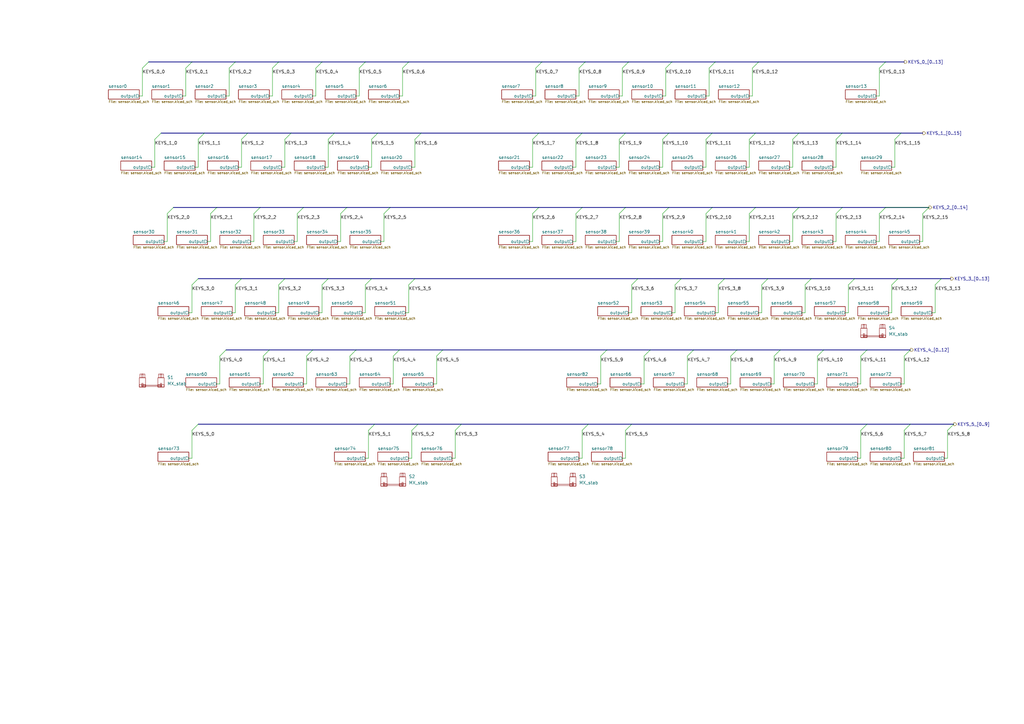
<source format=kicad_sch>
(kicad_sch (version 20230121) (generator eeschema)
  (paper "A3")
  (lib_symbols
    (symbol "PCM_marbastlib-mx:MX_stab" (pin_names (offset 1.016))
      (property "Reference" "S" (at -5.08 6.35 0))
      (property "Value" "MX_stab" (at -5.08 3.81 0))
      (symbol "MX_stab_0_1"
        (rectangle (start -5.08 -1.524) (end -2.54 -2.54))
        (rectangle (start -5.08 1.27) (end -2.54 -2.54))
        (rectangle (start -4.826 2.794) (end -2.794 1.27))
        (rectangle (start -4.064 -2.286) (end -3.556 -1.016))
        (rectangle (start -4.064 -1.778) (end 4.064 -2.286))
        (rectangle (start -4.064 1.27) (end -3.556 2.794))
        (rectangle (start 2.54 -1.524) (end 5.08 -2.54))
        (rectangle (start 2.54 1.27) (end 5.08 -2.54))
        (rectangle (start 2.794 2.794) (end 4.826 1.27))
        (rectangle (start 3.556 1.27) (end 4.064 2.794))
        (rectangle (start 4.064 -2.286) (end 3.556 -1.016))
      )
    )
  )
  (bus_entry (at 220.98 85.09) (size -2.54 2.54))
  (bus_entry (at 314.96 114.3) (size -2.54 2.54))
  (bus_entry (at 238.76 54.61) (size -2.54 2.54))
  (bus_entry (at 240.03 25.4) (size -2.54 2.54))
  (bus_entry (at 355.6 143.51) (size -2.54 2.54))
  (bus_entry (at 381 85.09) (size -2.54 2.54))
  (bus_entry (at 114.3 25.4) (size -2.54 2.54))
  (bus_entry (at 222.25 25.4) (size -2.54 2.54))
  (bus_entry (at 110.49 143.51) (size -2.54 2.54))
  (bus_entry (at 60.96 25.4) (size -2.54 2.54))
  (bus_entry (at 106.68 85.09) (size -2.54 2.54))
  (bus_entry (at 92.71 143.51) (size -2.54 2.54))
  (bus_entry (at 142.24 85.09) (size -2.54 2.54))
  (bus_entry (at 78.74 25.4) (size -2.54 2.54))
  (bus_entry (at 149.86 25.4) (size -2.54 2.54))
  (bus_entry (at 101.6 54.61) (size -2.54 2.54))
  (bus_entry (at 137.16 54.61) (size -2.54 2.54))
  (bus_entry (at 292.1 85.09) (size -2.54 2.54))
  (bus_entry (at 345.44 54.61) (size -2.54 2.54))
  (bus_entry (at 373.38 143.51) (size -2.54 2.54))
  (bus_entry (at 275.59 25.4) (size -2.54 2.54))
  (bus_entry (at 171.45 173.99) (size -2.54 2.54))
  (bus_entry (at 363.22 25.4) (size -2.54 2.54))
  (bus_entry (at 309.88 54.61) (size -2.54 2.54))
  (bus_entry (at 337.82 143.51) (size -2.54 2.54))
  (bus_entry (at 134.62 114.3) (size -2.54 2.54))
  (bus_entry (at 146.05 143.51) (size -2.54 2.54))
  (bus_entry (at 81.28 173.99) (size -2.54 2.54))
  (bus_entry (at 256.54 54.61) (size -2.54 2.54))
  (bus_entry (at 88.9 85.09) (size -2.54 2.54))
  (bus_entry (at 160.02 85.09) (size -2.54 2.54))
  (bus_entry (at 152.4 114.3) (size -2.54 2.54))
  (bus_entry (at 284.48 143.51) (size -2.54 2.54))
  (bus_entry (at 81.28 114.3) (size -2.54 2.54))
  (bus_entry (at 124.46 85.09) (size -2.54 2.54))
  (bus_entry (at 128.27 143.51) (size -2.54 2.54))
  (bus_entry (at 153.67 173.99) (size -2.54 2.54))
  (bus_entry (at 355.6 173.99) (size -2.54 2.54))
  (bus_entry (at 132.08 25.4) (size -2.54 2.54))
  (bus_entry (at 386.08 114.3) (size -2.54 2.54))
  (bus_entry (at 293.37 25.4) (size -2.54 2.54))
  (bus_entry (at 363.22 85.09) (size -2.54 2.54))
  (bus_entry (at 71.12 85.09) (size -2.54 2.54))
  (bus_entry (at 266.7 143.51) (size -2.54 2.54))
  (bus_entry (at 259.08 173.99) (size -2.54 2.54))
  (bus_entry (at 327.66 85.09) (size -2.54 2.54))
  (bus_entry (at 257.81 25.4) (size -2.54 2.54))
  (bus_entry (at 241.3 173.99) (size -2.54 2.54))
  (bus_entry (at 373.38 173.99) (size -2.54 2.54))
  (bus_entry (at 320.04 143.51) (size -2.54 2.54))
  (bus_entry (at 261.62 114.3) (size -2.54 2.54))
  (bus_entry (at 274.32 54.61) (size -2.54 2.54))
  (bus_entry (at 311.15 25.4) (size -2.54 2.54))
  (bus_entry (at 292.1 54.61) (size -2.54 2.54))
  (bus_entry (at 391.16 173.99) (size -2.54 2.54))
  (bus_entry (at 181.61 143.51) (size -2.54 2.54))
  (bus_entry (at 154.94 54.61) (size -2.54 2.54))
  (bus_entry (at 119.38 54.61) (size -2.54 2.54))
  (bus_entry (at 167.64 25.4) (size -2.54 2.54))
  (bus_entry (at 345.44 85.09) (size -2.54 2.54))
  (bus_entry (at 220.98 54.61) (size -2.54 2.54))
  (bus_entry (at 170.18 114.3) (size -2.54 2.54))
  (bus_entry (at 309.88 85.09) (size -2.54 2.54))
  (bus_entry (at 66.04 54.61) (size -2.54 2.54))
  (bus_entry (at 369.57 54.61) (size -2.54 2.54))
  (bus_entry (at 332.74 114.3) (size -2.54 2.54))
  (bus_entry (at 238.76 85.09) (size -2.54 2.54))
  (bus_entry (at 297.18 114.3) (size -2.54 2.54))
  (bus_entry (at 368.3 114.3) (size -2.54 2.54))
  (bus_entry (at 189.23 173.99) (size -2.54 2.54))
  (bus_entry (at 350.52 114.3) (size -2.54 2.54))
  (bus_entry (at 116.84 114.3) (size -2.54 2.54))
  (bus_entry (at 327.66 54.61) (size -2.54 2.54))
  (bus_entry (at 172.72 54.61) (size -2.54 2.54))
  (bus_entry (at 163.83 143.51) (size -2.54 2.54))
  (bus_entry (at 248.92 143.51) (size -2.54 2.54))
  (bus_entry (at 274.32 85.09) (size -2.54 2.54))
  (bus_entry (at 99.06 114.3) (size -2.54 2.54))
  (bus_entry (at 279.4 114.3) (size -2.54 2.54))
  (bus_entry (at 302.26 143.51) (size -2.54 2.54))
  (bus_entry (at 256.54 85.09) (size -2.54 2.54))
  (bus_entry (at 83.82 54.61) (size -2.54 2.54))
  (bus_entry (at 96.52 25.4) (size -2.54 2.54))
  (bus (pts (xy 327.66 54.61) (xy 345.44 54.61)))
  (wire (pts (xy 218.44 99.06) (xy 217.17 99.06)))
  (wire (pts (xy 360.68 27.94) (xy 360.68 39.37)))
  (wire (pts (xy 186.69 176.53) (xy 186.69 187.96)))
  (wire (pts (xy 281.94 146.05) (xy 281.94 157.48)))
  (wire (pts (xy 347.98 128.27) (xy 346.71 128.27)))
  (bus (pts (xy 128.27 143.51) (xy 146.05 143.51)))
  (wire (pts (xy 246.38 157.48) (xy 245.11 157.48)))
  (bus (pts (xy 96.52 25.4) (xy 114.3 25.4)))
  (wire (pts (xy 157.48 87.63) (xy 157.48 99.06)))
  (wire (pts (xy 132.08 116.84) (xy 132.08 128.27)))
  (bus (pts (xy 152.4 114.3) (xy 170.18 114.3)))
  (wire (pts (xy 353.06 187.96) (xy 351.79 187.96)))
  (bus (pts (xy 309.88 54.61) (xy 327.66 54.61)))
  (wire (pts (xy 186.69 187.96) (xy 185.42 187.96)))
  (wire (pts (xy 219.71 39.37) (xy 218.44 39.37)))
  (bus (pts (xy 350.52 114.3) (xy 368.3 114.3)))
  (bus (pts (xy 292.1 85.09) (xy 309.88 85.09)))
  (bus (pts (xy 257.81 25.4) (xy 275.59 25.4)))
  (bus (pts (xy 153.67 173.99) (xy 171.45 173.99)))
  (wire (pts (xy 116.84 57.15) (xy 116.84 68.58)))
  (wire (pts (xy 129.54 39.37) (xy 128.27 39.37)))
  (bus (pts (xy 297.18 114.3) (xy 314.96 114.3)))
  (bus (pts (xy 274.32 85.09) (xy 292.1 85.09)))
  (wire (pts (xy 167.64 116.84) (xy 167.64 128.27)))
  (wire (pts (xy 312.42 128.27) (xy 311.15 128.27)))
  (wire (pts (xy 236.22 57.15) (xy 236.22 68.58)))
  (bus (pts (xy 101.6 54.61) (xy 119.38 54.61)))
  (wire (pts (xy 90.17 157.48) (xy 88.9 157.48)))
  (bus (pts (xy 292.1 54.61) (xy 309.88 54.61)))
  (wire (pts (xy 254 68.58) (xy 252.73 68.58)))
  (wire (pts (xy 114.3 128.27) (xy 113.03 128.27)))
  (wire (pts (xy 381 85.09) (xy 363.22 85.09)))
  (wire (pts (xy 370.84 176.53) (xy 370.84 187.96)))
  (wire (pts (xy 378.46 87.63) (xy 378.46 99.06)))
  (wire (pts (xy 308.61 27.94) (xy 308.61 39.37)))
  (wire (pts (xy 273.05 39.37) (xy 271.78 39.37)))
  (wire (pts (xy 360.68 39.37) (xy 359.41 39.37)))
  (bus (pts (xy 137.16 54.61) (xy 154.94 54.61)))
  (bus (pts (xy 256.54 85.09) (xy 274.32 85.09)))
  (wire (pts (xy 360.68 99.06) (xy 359.41 99.06)))
  (bus (pts (xy 189.23 173.99) (xy 241.3 173.99)))
  (bus (pts (xy 311.15 25.4) (xy 363.22 25.4)))
  (wire (pts (xy 125.73 146.05) (xy 125.73 157.48)))
  (bus (pts (xy 171.45 173.99) (xy 189.23 173.99)))
  (wire (pts (xy 289.56 68.58) (xy 288.29 68.58)))
  (wire (pts (xy 254 57.15) (xy 254 68.58)))
  (wire (pts (xy 116.84 68.58) (xy 115.57 68.58)))
  (bus (pts (xy 302.26 143.51) (xy 320.04 143.51)))
  (wire (pts (xy 330.2 128.27) (xy 328.93 128.27)))
  (wire (pts (xy 367.03 57.15) (xy 367.03 68.58)))
  (wire (pts (xy 218.44 87.63) (xy 218.44 99.06)))
  (wire (pts (xy 254 99.06) (xy 252.73 99.06)))
  (wire (pts (xy 388.62 187.96) (xy 387.35 187.96)))
  (wire (pts (xy 360.68 87.63) (xy 360.68 99.06)))
  (wire (pts (xy 63.5 57.15) (xy 63.5 68.58)))
  (wire (pts (xy 353.06 176.53) (xy 353.06 187.96)))
  (bus (pts (xy 314.96 114.3) (xy 332.74 114.3)))
  (wire (pts (xy 76.2 27.94) (xy 76.2 39.37)))
  (bus (pts (xy 81.28 114.3) (xy 99.06 114.3)))
  (wire (pts (xy 161.29 146.05) (xy 161.29 157.48)))
  (bus (pts (xy 181.61 143.51) (xy 248.92 143.51)))
  (wire (pts (xy 167.64 128.27) (xy 166.37 128.27)))
  (bus (pts (xy 78.74 25.4) (xy 96.52 25.4)))
  (bus (pts (xy 116.84 114.3) (xy 134.62 114.3)))
  (wire (pts (xy 179.07 157.48) (xy 177.8 157.48)))
  (wire (pts (xy 147.32 27.94) (xy 147.32 39.37)))
  (wire (pts (xy 276.86 128.27) (xy 275.59 128.27)))
  (wire (pts (xy 152.4 57.15) (xy 152.4 68.58)))
  (wire (pts (xy 367.03 68.58) (xy 365.76 68.58)))
  (bus (pts (xy 220.98 54.61) (xy 238.76 54.61)))
  (bus (pts (xy 279.4 114.3) (xy 297.18 114.3)))
  (wire (pts (xy 93.98 27.94) (xy 93.98 39.37)))
  (wire (pts (xy 264.16 157.48) (xy 262.89 157.48)))
  (bus (pts (xy 345.44 54.61) (xy 369.57 54.61)))
  (wire (pts (xy 111.76 27.94) (xy 111.76 39.37)))
  (wire (pts (xy 129.54 27.94) (xy 129.54 39.37)))
  (wire (pts (xy 271.78 57.15) (xy 271.78 68.58)))
  (wire (pts (xy 276.86 116.84) (xy 276.86 128.27)))
  (wire (pts (xy 96.52 116.84) (xy 96.52 128.27)))
  (wire (pts (xy 342.9 57.15) (xy 342.9 68.58)))
  (bus (pts (xy 119.38 54.61) (xy 137.16 54.61)))
  (bus (pts (xy 261.62 114.3) (xy 279.4 114.3)))
  (wire (pts (xy 236.22 68.58) (xy 234.95 68.58)))
  (bus (pts (xy 88.9 85.09) (xy 106.68 85.09)))
  (wire (pts (xy 161.29 157.48) (xy 160.02 157.48)))
  (wire (pts (xy 271.78 68.58) (xy 270.51 68.58)))
  (wire (pts (xy 342.9 87.63) (xy 342.9 99.06)))
  (wire (pts (xy 353.06 146.05) (xy 353.06 157.48)))
  (wire (pts (xy 370.84 146.05) (xy 370.84 157.48)))
  (bus (pts (xy 146.05 143.51) (xy 163.83 143.51)))
  (wire (pts (xy 168.91 187.96) (xy 167.64 187.96)))
  (bus (pts (xy 332.74 114.3) (xy 350.52 114.3)))
  (bus (pts (xy 66.04 54.61) (xy 83.82 54.61)))
  (wire (pts (xy 170.18 57.15) (xy 170.18 68.58)))
  (wire (pts (xy 290.83 27.94) (xy 290.83 39.37)))
  (wire (pts (xy 271.78 87.63) (xy 271.78 99.06)))
  (wire (pts (xy 370.84 187.96) (xy 369.57 187.96)))
  (wire (pts (xy 78.74 176.53) (xy 78.74 187.96)))
  (wire (pts (xy 218.44 68.58) (xy 217.17 68.58)))
  (wire (pts (xy 125.73 157.48) (xy 124.46 157.48)))
  (wire (pts (xy 256.54 187.96) (xy 255.27 187.96)))
  (wire (pts (xy 307.34 87.63) (xy 307.34 99.06)))
  (wire (pts (xy 99.06 57.15) (xy 99.06 68.58)))
  (wire (pts (xy 68.58 99.06) (xy 67.31 99.06)))
  (wire (pts (xy 335.28 146.05) (xy 335.28 157.48)))
  (wire (pts (xy 121.92 99.06) (xy 120.65 99.06)))
  (bus (pts (xy 220.98 85.09) (xy 238.76 85.09)))
  (wire (pts (xy 151.13 176.53) (xy 151.13 187.96)))
  (wire (pts (xy 86.36 87.63) (xy 86.36 99.06)))
  (wire (pts (xy 388.62 176.53) (xy 388.62 187.96)))
  (wire (pts (xy 299.72 157.48) (xy 298.45 157.48)))
  (wire (pts (xy 254 87.63) (xy 254 99.06)))
  (bus (pts (xy 167.64 25.4) (xy 222.25 25.4)))
  (bus (pts (xy 172.72 54.61) (xy 220.98 54.61)))
  (wire (pts (xy 165.1 39.37) (xy 163.83 39.37)))
  (wire (pts (xy 294.64 116.84) (xy 294.64 128.27)))
  (bus (pts (xy 284.48 143.51) (xy 302.26 143.51)))
  (wire (pts (xy 335.28 157.48) (xy 334.01 157.48)))
  (wire (pts (xy 294.64 128.27) (xy 293.37 128.27)))
  (wire (pts (xy 81.28 57.15) (xy 81.28 68.58)))
  (bus (pts (xy 368.3 114.3) (xy 386.08 114.3)))
  (wire (pts (xy 147.32 39.37) (xy 146.05 39.37)))
  (bus (pts (xy 256.54 54.61) (xy 274.32 54.61)))
  (wire (pts (xy 307.34 68.58) (xy 306.07 68.58)))
  (bus (pts (xy 240.03 25.4) (xy 257.81 25.4)))
  (wire (pts (xy 325.12 99.06) (xy 323.85 99.06)))
  (wire (pts (xy 325.12 68.58) (xy 323.85 68.58)))
  (bus (pts (xy 142.24 85.09) (xy 160.02 85.09)))
  (bus (pts (xy 345.44 85.09) (xy 363.22 85.09)))
  (wire (pts (xy 58.42 27.94) (xy 58.42 39.37)))
  (bus (pts (xy 99.06 114.3) (xy 116.84 114.3)))
  (wire (pts (xy 312.42 116.84) (xy 312.42 128.27)))
  (wire (pts (xy 168.91 176.53) (xy 168.91 187.96)))
  (wire (pts (xy 121.92 87.63) (xy 121.92 99.06)))
  (wire (pts (xy 255.27 39.37) (xy 254 39.37)))
  (wire (pts (xy 78.74 187.96) (xy 77.47 187.96)))
  (wire (pts (xy 149.86 128.27) (xy 148.59 128.27)))
  (wire (pts (xy 378.46 99.06) (xy 377.19 99.06)))
  (bus (pts (xy 320.04 143.51) (xy 337.82 143.51)))
  (bus (pts (xy 355.6 173.99) (xy 373.38 173.99)))
  (wire (pts (xy 165.1 27.94) (xy 165.1 39.37)))
  (wire (pts (xy 317.5 146.05) (xy 317.5 157.48)))
  (wire (pts (xy 111.76 39.37) (xy 110.49 39.37)))
  (wire (pts (xy 365.76 128.27) (xy 364.49 128.27)))
  (wire (pts (xy 383.54 128.27) (xy 382.27 128.27)))
  (wire (pts (xy 246.38 146.05) (xy 246.38 157.48)))
  (wire (pts (xy 289.56 87.63) (xy 289.56 99.06)))
  (wire (pts (xy 353.06 157.48) (xy 351.79 157.48)))
  (wire (pts (xy 86.36 99.06) (xy 85.09 99.06)))
  (wire (pts (xy 107.95 146.05) (xy 107.95 157.48)))
  (wire (pts (xy 68.58 87.63) (xy 68.58 99.06)))
  (bus (pts (xy 81.28 173.99) (xy 153.67 173.99)))
  (bus (pts (xy 110.49 143.51) (xy 128.27 143.51)))
  (wire (pts (xy 76.2 39.37) (xy 74.93 39.37)))
  (bus (pts (xy 274.32 54.61) (xy 292.1 54.61)))
  (bus (pts (xy 363.22 85.09) (xy 381 85.09)))
  (wire (pts (xy 151.13 187.96) (xy 149.86 187.96)))
  (wire (pts (xy 78.74 116.84) (xy 78.74 128.27)))
  (wire (pts (xy 325.12 57.15) (xy 325.12 68.58)))
  (bus (pts (xy 60.96 25.4) (xy 78.74 25.4)))
  (wire (pts (xy 107.95 157.48) (xy 106.68 157.48)))
  (bus (pts (xy 160.02 85.09) (xy 220.98 85.09)))
  (wire (pts (xy 237.49 27.94) (xy 237.49 39.37)))
  (bus (pts (xy 355.6 143.51) (xy 373.38 143.51)))
  (wire (pts (xy 347.98 116.84) (xy 347.98 128.27)))
  (wire (pts (xy 93.98 39.37) (xy 92.71 39.37)))
  (bus (pts (xy 83.82 54.61) (xy 101.6 54.61)))
  (bus (pts (xy 266.7 143.51) (xy 284.48 143.51)))
  (wire (pts (xy 238.76 187.96) (xy 237.49 187.96)))
  (wire (pts (xy 139.7 87.63) (xy 139.7 99.06)))
  (wire (pts (xy 255.27 27.94) (xy 255.27 39.37)))
  (wire (pts (xy 273.05 27.94) (xy 273.05 39.37)))
  (wire (pts (xy 143.51 157.48) (xy 142.24 157.48)))
  (bus (pts (xy 238.76 85.09) (xy 256.54 85.09)))
  (bus (pts (xy 222.25 25.4) (xy 240.03 25.4)))
  (wire (pts (xy 143.51 146.05) (xy 143.51 157.48)))
  (wire (pts (xy 317.5 157.48) (xy 316.23 157.48)))
  (wire (pts (xy 90.17 146.05) (xy 90.17 157.48)))
  (bus (pts (xy 337.82 143.51) (xy 355.6 143.51)))
  (bus (pts (xy 238.76 54.61) (xy 256.54 54.61)))
  (bus (pts (xy 149.86 25.4) (xy 167.64 25.4)))
  (wire (pts (xy 139.7 99.06) (xy 138.43 99.06)))
  (wire (pts (xy 383.54 116.84) (xy 383.54 128.27)))
  (wire (pts (xy 256.54 176.53) (xy 256.54 187.96)))
  (bus (pts (xy 134.62 114.3) (xy 152.4 114.3)))
  (wire (pts (xy 63.5 68.58) (xy 62.23 68.58)))
  (wire (pts (xy 58.42 39.37) (xy 57.15 39.37)))
  (wire (pts (xy 264.16 146.05) (xy 264.16 157.48)))
  (wire (pts (xy 325.12 87.63) (xy 325.12 99.06)))
  (wire (pts (xy 365.76 116.84) (xy 365.76 128.27)))
  (wire (pts (xy 104.14 87.63) (xy 104.14 99.06)))
  (wire (pts (xy 219.71 27.94) (xy 219.71 39.37)))
  (bus (pts (xy 170.18 114.3) (xy 261.62 114.3)))
  (wire (pts (xy 236.22 99.06) (xy 234.95 99.06)))
  (bus (pts (xy 275.59 25.4) (xy 293.37 25.4)))
  (wire (pts (xy 179.07 146.05) (xy 179.07 157.48)))
  (bus (pts (xy 373.38 173.99) (xy 391.16 173.99)))
  (bus (pts (xy 363.22 25.4) (xy 370.84 25.4)))
  (wire (pts (xy 236.22 87.63) (xy 236.22 99.06)))
  (bus (pts (xy 327.66 85.09) (xy 345.44 85.09)))
  (wire (pts (xy 307.34 57.15) (xy 307.34 68.58)))
  (wire (pts (xy 289.56 57.15) (xy 289.56 68.58)))
  (wire (pts (xy 289.56 99.06) (xy 288.29 99.06)))
  (bus (pts (xy 259.08 173.99) (xy 355.6 173.99)))
  (wire (pts (xy 259.08 128.27) (xy 257.81 128.27)))
  (wire (pts (xy 330.2 116.84) (xy 330.2 128.27)))
  (wire (pts (xy 134.62 68.58) (xy 133.35 68.58)))
  (bus (pts (xy 293.37 25.4) (xy 311.15 25.4)))
  (bus (pts (xy 386.08 114.3) (xy 389.89 114.3)))
  (wire (pts (xy 308.61 39.37) (xy 307.34 39.37)))
  (wire (pts (xy 132.08 128.27) (xy 130.81 128.27)))
  (bus (pts (xy 124.46 85.09) (xy 142.24 85.09)))
  (wire (pts (xy 281.94 157.48) (xy 280.67 157.48)))
  (bus (pts (xy 241.3 173.99) (xy 259.08 173.99)))
  (wire (pts (xy 259.08 116.84) (xy 259.08 128.27)))
  (bus (pts (xy 106.68 85.09) (xy 124.46 85.09)))
  (wire (pts (xy 307.34 99.06) (xy 306.07 99.06)))
  (wire (pts (xy 342.9 99.06) (xy 341.63 99.06)))
  (bus (pts (xy 248.92 143.51) (xy 266.7 143.51)))
  (wire (pts (xy 290.83 39.37) (xy 289.56 39.37)))
  (wire (pts (xy 96.52 128.27) (xy 95.25 128.27)))
  (wire (pts (xy 299.72 146.05) (xy 299.72 157.48)))
  (wire (pts (xy 238.76 176.53) (xy 238.76 187.96)))
  (wire (pts (xy 134.62 57.15) (xy 134.62 68.58)))
  (wire (pts (xy 342.9 68.58) (xy 341.63 68.58)))
  (bus (pts (xy 163.83 143.51) (xy 181.61 143.51)))
  (wire (pts (xy 271.78 99.06) (xy 270.51 99.06)))
  (wire (pts (xy 81.28 68.58) (xy 80.01 68.58)))
  (wire (pts (xy 157.48 99.06) (xy 156.21 99.06)))
  (wire (pts (xy 170.18 68.58) (xy 168.91 68.58)))
  (wire (pts (xy 370.84 157.48) (xy 369.57 157.48)))
  (bus (pts (xy 132.08 25.4) (xy 149.86 25.4)))
  (wire (pts (xy 104.14 99.06) (xy 102.87 99.06)))
  (wire (pts (xy 99.06 68.58) (xy 97.79 68.58)))
  (wire (pts (xy 149.86 116.84) (xy 149.86 128.27)))
  (bus (pts (xy 369.57 54.61) (xy 378.46 54.61)))
  (bus (pts (xy 114.3 25.4) (xy 132.08 25.4)))
  (wire (pts (xy 78.74 128.27) (xy 77.47 128.27)))
  (bus (pts (xy 154.94 54.61) (xy 172.72 54.61)))
  (bus (pts (xy 309.88 85.09) (xy 327.66 85.09)))
  (bus (pts (xy 92.71 143.51) (xy 110.49 143.51)))
  (wire (pts (xy 218.44 57.15) (xy 218.44 68.58)))
  (wire (pts (xy 114.3 116.84) (xy 114.3 128.27)))
  (wire (pts (xy 152.4 68.58) (xy 151.13 68.58)))
  (wire (pts (xy 237.49 39.37) (xy 236.22 39.37)))
  (bus (pts (xy 71.12 85.09) (xy 88.9 85.09)))
  (label "KEYS_3_11" (at 347.98 119.38 0))
  (label "KEYS_1_1" (at 81.28 59.69 0))
  (label "KEYS_1_14" (at 342.9 59.69 0))
  (label "KEYS_0_8" (at 237.49 30.48 0))
  (label "KEYS_3_6" (at 259.08 119.38 0))
  (label "KEYS_1_2" (at 99.06 59.69 0))
  (label "KEYS_5_7" (at 370.84 179.07 0))
  (label "KEYS_0_12" (at 308.61 30.48 0))
  (label "KEYS_5_2" (at 168.91 179.07 0))
  (label "KEYS_2_4" (at 139.7 90.17 0))
  (label "KEYS_3_7" (at 276.86 119.38 0))
  (label "KEYS_3_9" (at 312.42 119.38 0))
  (label "KEYS_3_8" (at 294.64 119.38 0))
  (label "KEYS_2_6" (at 218.44 90.17 0))
  (label "KEYS_1_3" (at 116.84 59.69 0))
  (label "KEYS_1_5" (at 152.4 59.69 0))
  (label "KEYS_4_2" (at 125.73 148.59 0))
  (label "KEYS_0_13" (at 360.68 30.48 0))
  (label "KEYS_1_12" (at 307.34 59.69 0))
  (label "KEYS_0_5" (at 147.32 30.48 0))
  (label "KEYS_4_9" (at 317.5 148.59 0))
  (label "KEYS_2_2" (at 104.14 90.17 0))
  (label "KEYS_0_4" (at 129.54 30.48 0))
  (label "KEYS_3_0" (at 78.74 119.38 0))
  (label "KEYS_0_10" (at 273.05 30.48 0))
  (label "KEYS_3_2" (at 114.3 119.38 0))
  (label "KEYS_2_7" (at 236.22 90.17 0))
  (label "KEYS_2_8" (at 254 90.17 0))
  (label "KEYS_2_1" (at 86.36 90.17 0))
  (label "KEYS_0_9" (at 255.27 30.48 0))
  (label "KEYS_4_6" (at 264.16 148.59 0))
  (label "KEYS_3_1" (at 96.52 119.38 0))
  (label "KEYS_4_7" (at 281.94 148.59 0))
  (label "KEYS_4_3" (at 143.51 148.59 0))
  (label "KEYS_4_1" (at 107.95 148.59 0))
  (label "KEYS_5_9" (at 246.38 148.59 0))
  (label "KEYS_1_9" (at 254 59.69 0))
  (label "KEYS_0_2" (at 93.98 30.48 0))
  (label "KEYS_0_1" (at 76.2 30.48 0))
  (label "KEYS_5_1" (at 151.13 179.07 0))
  (label "KEYS_1_8" (at 236.22 59.69 0))
  (label "KEYS_4_5" (at 179.07 148.59 0))
  (label "KEYS_4_8" (at 299.72 148.59 0))
  (label "KEYS_2_9" (at 271.78 90.17 0))
  (label "KEYS_4_10" (at 335.28 148.59 0))
  (label "KEYS_2_5" (at 157.48 90.17 0))
  (label "KEYS_3_3" (at 132.08 119.38 0))
  (label "KEYS_5_0" (at 78.74 179.07 0))
  (label "KEYS_0_6" (at 165.1 30.48 0))
  (label "KEYS_2_14" (at 360.68 90.17 0))
  (label "KEYS_4_11" (at 353.06 148.59 0))
  (label "KEYS_3_12" (at 365.76 119.38 0))
  (label "KEYS_3_13" (at 383.54 119.38 0))
  (label "KEYS_3_4" (at 149.86 119.38 0))
  (label "KEYS_4_4" (at 161.29 148.59 0))
  (label "KEYS_2_15" (at 378.46 90.17 0))
  (label "KEYS_1_0" (at 63.5 59.69 0))
  (label "KEYS_3_10" (at 330.2 119.38 0))
  (label "KEYS_2_13" (at 342.9 90.17 0))
  (label "KEYS_4_0" (at 90.17 148.59 0))
  (label "KEYS_0_0" (at 58.42 30.48 0))
  (label "KEYS_5_6" (at 353.06 179.07 0))
  (label "KEYS_2_10" (at 289.56 90.17 0))
  (label "KEYS_1_6" (at 170.18 59.69 0))
  (label "KEYS_3_5" (at 167.64 119.38 0))
  (label "KEYS_2_0" (at 68.58 90.17 0))
  (label "KEYS_5_5" (at 256.54 179.07 0))
  (label "KEYS_5_4" (at 238.76 179.07 0))
  (label "KEYS_2_3" (at 121.92 90.17 0))
  (label "KEYS_1_7" (at 218.44 59.69 0))
  (label "KEYS_0_3" (at 111.76 30.48 0))
  (label "KEYS_5_8" (at 388.62 179.07 0))
  (label "KEYS_2_11" (at 307.34 90.17 0))
  (label "KEYS_2_12" (at 325.12 90.17 0))
  (label "KEYS_4_12" (at 370.84 148.59 0))
  (label "KEYS_0_7" (at 219.71 30.48 0))
  (label "KEYS_1_10" (at 271.78 59.69 0))
  (label "KEYS_1_13" (at 325.12 59.69 0))
  (label "KEYS_1_11" (at 289.56 59.69 0))
  (label "KEYS_1_4" (at 134.62 59.69 0))
  (label "KEYS_5_3" (at 186.69 179.07 0))
  (label "KEYS_0_11" (at 290.83 30.48 0))
  (label "KEYS_1_15" (at 367.03 59.69 0))
  (hierarchical_label "KEYS_1_[0..15]" (shape output) (at 378.46 54.61 0))
  (hierarchical_label "KEYS_5_[0..9]" (shape output) (at 391.16 173.99 0))
  (hierarchical_label "KEYS_2_[0..14]" (shape output) (at 381 85.09 0))
  (hierarchical_label "KEYS_4_[0..12]" (shape output) (at 373.38 143.51 0))
  (hierarchical_label "KEYS_3_[0..13]" (shape output) (at 389.89 114.3 0))
  (hierarchical_label "KEYS_0_[0..13]" (shape output) (at 370.84 25.4 0))
  (symbol (lib_id "PCM_marbastlib-mx:MX_stab") (at 231.14 196.85 0) (unit 1)
    (property "Reference" "S3" (at 237.49 195.453 0) (effects (justify left)))
    (property "Value" "MX_stab" (at 237.49 197.993 0) (effects (justify left)))
    (property "Footprint" "PCM_marbastlib-mx:STAB_MX_P_2.75u" (effects hide))
  )
  (symbol (lib_id "PCM_marbastlib-mx:MX_stab") (at 358.14 135.89 0) (unit 1)
    (property "Reference" "S4" (at 364.49 134.493 0) (effects (justify left)))
    (property "Value" "MX_stab" (at 364.49 137.033 0) (effects (justify left)))
    (property "Footprint" "PCM_marbastlib-mx:STAB_MX_P_2.25u" (effects hide))
  )
  (symbol (lib_id "PCM_marbastlib-mx:MX_stab") (at 62.23 156.21 0) (unit 1)
    (property "Reference" "S1" (at 68.58 154.813 0) (effects (justify left)))
    (property "Value" "MX_stab" (at 68.58 157.353 0) (effects (justify left)))
    (property "Footprint" "PCM_marbastlib-mx:STAB_MX_P_2.25u" (effects hide))
  )
  (symbol (lib_id "PCM_marbastlib-mx:MX_stab") (at 161.29 196.85 0) (unit 1)
    (property "Reference" "S2" (at 167.64 195.453 0) (effects (justify left)))
    (property "Value" "MX_stab" (at 167.64 197.993 0) (effects (justify left)))
    (property "Footprint" "PCM_marbastlib-mx:STAB_MX_P_2u" (effects hide))
  )
  (sheet (at 245.11 125.73) (size 12.7 3.81) (stroke (width 0.1524))
    (property "Sheetname" "sensor52" (at 245.11 125.0184 0) (effects (justify left bottom)))
    (property "Sheetfile" "sensor.kicad_sch" (at 245.11 130.0166 0) (effects (font (size 1 1)) (justify left top)))
    (pin "output" output (at 257.81 128.27 0))
  )
  (sheet (at 133.35 36.83) (size 12.7 3.81) (stroke (width 0.1524))
    (property "Sheetname" "sensor5" (at 133.35 36.1184 0) (effects (justify left bottom)))
    (property "Sheetfile" "sensor.kicad_sch" (at 133.35 41.1166 0) (effects (font (size 1 1)) (justify left top)))
    (pin "output" output (at 146.05 39.37 0))
  )
  (sheet (at 351.79 125.73) (size 12.7 3.81) (stroke (width 0.1524))
    (property "Sheetname" "sensor58" (at 351.79 125.0184 0) (effects (justify left bottom)))
    (property "Sheetfile" "sensor.kicad_sch" (at 351.79 130.0166 0) (effects (font (size 1 1)) (justify left top)))
    (pin "output" output (at 364.49 128.27 0))
  )
  (sheet (at 222.25 66.04) (size 12.7 3.81) (stroke (width 0.1524))
    (property "Sheetname" "sensor22" (at 222.25 65.3284 0) (effects (justify left bottom)))
    (property "Sheetfile" "sensor.kicad_sch" (at 222.25 70.3266 0) (effects (font (size 1 1)) (justify left top)))
    (pin "output" output (at 234.95 68.58 0))
  )
  (sheet (at 364.49 96.52) (size 12.7 3.81) (stroke (width 0.1524))
    (property "Sheetname" "sensor45" (at 364.49 95.8084 0) (effects (justify left bottom)))
    (property "Sheetfile" "sensor.kicad_sch" (at 364.49 100.8066 0) (effects (font (size 1 1)) (justify left top)))
    (pin "output" output (at 377.19 99.06 0))
  )
  (sheet (at 224.79 185.42) (size 12.7 3.81) (stroke (width 0.1524))
    (property "Sheetname" "sensor77" (at 224.79 184.7084 0) (effects (justify left bottom)))
    (property "Sheetfile" "sensor.kicad_sch" (at 224.79 189.7066 0) (effects (font (size 1 1)) (justify left top)))
    (pin "output" output (at 237.49 187.96 0))
  )
  (sheet (at 100.33 125.73) (size 12.7 3.81) (stroke (width 0.1524))
    (property "Sheetname" "sensor48" (at 100.33 125.0184 0) (effects (justify left bottom)))
    (property "Sheetfile" "sensor.kicad_sch" (at 100.33 130.0166 0) (effects (font (size 1 1)) (justify left top)))
    (pin "output" output (at 113.03 128.27 0))
  )
  (sheet (at 240.03 96.52) (size 12.7 3.81) (stroke (width 0.1524))
    (property "Sheetname" "sensor38" (at 240.03 95.8084 0) (effects (justify left bottom)))
    (property "Sheetfile" "sensor.kicad_sch" (at 240.03 100.8066 0) (effects (font (size 1 1)) (justify left top)))
    (pin "output" output (at 252.73 99.06 0))
  )
  (sheet (at 294.64 36.83) (size 12.7 3.81) (stroke (width 0.1524))
    (property "Sheetname" "sensor12" (at 294.64 36.1184 0) (effects (justify left bottom)))
    (property "Sheetfile" "sensor.kicad_sch" (at 294.64 41.1166 0) (effects (font (size 1 1)) (justify left top)))
    (pin "output" output (at 307.34 39.37 0))
  )
  (sheet (at 356.87 154.94) (size 12.7 3.81) (stroke (width 0.1524))
    (property "Sheetname" "sensor72" (at 356.87 154.2284 0) (effects (justify left bottom)))
    (property "Sheetfile" "sensor.kicad_sch" (at 356.87 159.2266 0) (effects (font (size 1 1)) (justify left top)))
    (pin "output" output (at 369.57 157.48 0))
  )
  (sheet (at 280.67 125.73) (size 12.7 3.81) (stroke (width 0.1524))
    (property "Sheetname" "sensor54" (at 280.67 125.0184 0) (effects (justify left bottom)))
    (property "Sheetfile" "sensor.kicad_sch" (at 280.67 130.0166 0) (effects (font (size 1 1)) (justify left top)))
    (pin "output" output (at 293.37 128.27 0))
  )
  (sheet (at 328.93 96.52) (size 12.7 3.81) (stroke (width 0.1524))
    (property "Sheetname" "sensor43" (at 328.93 95.8084 0) (effects (justify left bottom)))
    (property "Sheetfile" "sensor.kicad_sch" (at 328.93 100.8066 0) (effects (font (size 1 1)) (justify left top)))
    (pin "output" output (at 341.63 99.06 0))
  )
  (sheet (at 293.37 96.52) (size 12.7 3.81) (stroke (width 0.1524))
    (property "Sheetname" "sensor41" (at 293.37 95.8084 0) (effects (justify left bottom)))
    (property "Sheetfile" "sensor.kicad_sch" (at 293.37 100.8066 0) (effects (font (size 1 1)) (justify left top)))
    (pin "output" output (at 306.07 99.06 0))
  )
  (sheet (at 64.77 185.42) (size 12.7 3.81) (stroke (width 0.1524))
    (property "Sheetname" "sensor73" (at 64.77 184.7084 0) (effects (justify left bottom)))
    (property "Sheetfile" "sensor.kicad_sch" (at 64.77 189.7066 0) (effects (font (size 1 1)) (justify left top)))
    (pin "output" output (at 77.47 187.96 0))
  )
  (sheet (at 222.25 96.52) (size 12.7 3.81) (stroke (width 0.1524))
    (property "Sheetname" "sensor37" (at 222.25 95.8084 0) (effects (justify left bottom)))
    (property "Sheetfile" "sensor.kicad_sch" (at 222.25 100.8066 0) (effects (font (size 1 1)) (justify left top)))
    (pin "output" output (at 234.95 99.06 0))
  )
  (sheet (at 204.47 96.52) (size 12.7 3.81) (stroke (width 0.1524))
    (property "Sheetname" "sensor36" (at 204.47 95.8084 0) (effects (justify left bottom)))
    (property "Sheetfile" "sensor.kicad_sch" (at 204.47 100.8066 0) (effects (font (size 1 1)) (justify left top)))
    (pin "output" output (at 217.17 99.06 0))
  )
  (sheet (at 285.75 154.94) (size 12.7 3.81) (stroke (width 0.1524))
    (property "Sheetname" "sensor68" (at 285.75 154.2284 0) (effects (justify left bottom)))
    (property "Sheetfile" "sensor.kicad_sch" (at 285.75 159.2266 0) (effects (font (size 1 1)) (justify left top)))
    (pin "output" output (at 298.45 157.48 0))
  )
  (sheet (at 111.76 154.94) (size 12.7 3.81) (stroke (width 0.1524))
    (property "Sheetname" "sensor62" (at 111.76 154.2284 0) (effects (justify left bottom)))
    (property "Sheetfile" "sensor.kicad_sch" (at 111.76 159.2266 0) (effects (font (size 1 1)) (justify left top)))
    (pin "output" output (at 124.46 157.48 0))
  )
  (sheet (at 64.77 125.73) (size 12.7 3.81) (stroke (width 0.1524))
    (property "Sheetname" "sensor46" (at 64.77 125.0184 0) (effects (justify left bottom)))
    (property "Sheetfile" "sensor.kicad_sch" (at 64.77 130.0166 0) (effects (font (size 1 1)) (justify left top)))
    (pin "output" output (at 77.47 128.27 0))
  )
  (sheet (at 44.45 36.83) (size 12.7 3.81) (stroke (width 0.1524))
    (property "Sheetname" "sensor0" (at 44.45 36.1184 0) (effects (justify left bottom)))
    (property "Sheetfile" "sensor.kicad_sch" (at 44.45 41.1166 0) (effects (font (size 1 1)) (justify left top)))
    (pin "output" output (at 57.15 39.37 0))
  )
  (sheet (at 250.19 154.94) (size 12.7 3.81) (stroke (width 0.1524))
    (property "Sheetname" "sensor66" (at 250.19 154.2284 0) (effects (justify left bottom)))
    (property "Sheetfile" "sensor.kicad_sch" (at 250.19 159.2266 0) (effects (font (size 1 1)) (justify left top)))
    (pin "output" output (at 262.89 157.48 0))
  )
  (sheet (at 241.3 36.83) (size 12.7 3.81) (stroke (width 0.1524))
    (property "Sheetname" "sensor9" (at 241.3 36.1184 0) (effects (justify left bottom)))
    (property "Sheetfile" "sensor.kicad_sch" (at 241.3 41.1166 0) (effects (font (size 1 1)) (justify left top)))
    (pin "output" output (at 254 39.37 0))
  )
  (sheet (at 328.93 66.04) (size 12.7 3.81) (stroke (width 0.1524))
    (property "Sheetname" "sensor28" (at 328.93 65.3284 0) (effects (justify left bottom)))
    (property "Sheetfile" "sensor.kicad_sch" (at 328.93 70.3266 0) (effects (font (size 1 1)) (justify left top)))
    (pin "output" output (at 341.63 68.58 0))
  )
  (sheet (at 339.09 154.94) (size 12.7 3.81) (stroke (width 0.1524))
    (property "Sheetname" "sensor71" (at 339.09 154.2284 0) (effects (justify left bottom)))
    (property "Sheetfile" "sensor.kicad_sch" (at 339.09 159.2266 0) (effects (font (size 1 1)) (justify left top)))
    (pin "output" output (at 351.79 157.48 0))
  )
  (sheet (at 154.94 185.42) (size 12.7 3.81) (stroke (width 0.1524))
    (property "Sheetname" "sensor75" (at 154.94 184.7084 0) (effects (justify left bottom)))
    (property "Sheetfile" "sensor.kicad_sch" (at 154.94 189.7066 0) (effects (font (size 1 1)) (justify left top)))
    (pin "output" output (at 167.64 187.96 0))
  )
  (sheet (at 125.73 96.52) (size 12.7 3.81) (stroke (width 0.1524))
    (property "Sheetname" "sensor34" (at 125.73 95.8084 0) (effects (justify left bottom)))
    (property "Sheetfile" "sensor.kicad_sch" (at 125.73 100.8066 0) (effects (font (size 1 1)) (justify left top)))
    (pin "output" output (at 138.43 99.06 0))
  )
  (sheet (at 262.89 125.73) (size 12.7 3.81) (stroke (width 0.1524))
    (property "Sheetname" "sensor53" (at 262.89 125.0184 0) (effects (justify left bottom)))
    (property "Sheetfile" "sensor.kicad_sch" (at 262.89 130.0166 0) (effects (font (size 1 1)) (justify left top)))
    (pin "output" output (at 275.59 128.27 0))
  )
  (sheet (at 153.67 125.73) (size 12.7 3.81) (stroke (width 0.1524))
    (property "Sheetname" "sensor51" (at 153.67 125.0184 0) (effects (justify left bottom)))
    (property "Sheetfile" "sensor.kicad_sch" (at 153.67 130.0166 0) (effects (font (size 1 1)) (justify left top)))
    (pin "output" output (at 166.37 128.27 0))
  )
  (sheet (at 82.55 125.73) (size 12.7 3.81) (stroke (width 0.1524))
    (property "Sheetname" "sensor47" (at 82.55 125.0184 0) (effects (justify left bottom)))
    (property "Sheetfile" "sensor.kicad_sch" (at 82.55 130.0166 0) (effects (font (size 1 1)) (justify left top)))
    (pin "output" output (at 95.25 128.27 0))
  )
  (sheet (at 316.23 125.73) (size 12.7 3.81) (stroke (width 0.1524))
    (property "Sheetname" "sensor56" (at 316.23 125.0184 0) (effects (justify left bottom)))
    (property "Sheetfile" "sensor.kicad_sch" (at 316.23 130.0166 0) (effects (font (size 1 1)) (justify left top)))
    (pin "output" output (at 328.93 128.27 0))
  )
  (sheet (at 72.39 96.52) (size 12.7 3.81) (stroke (width 0.1524))
    (property "Sheetname" "sensor31" (at 72.39 95.8084 0) (effects (justify left bottom)))
    (property "Sheetfile" "sensor.kicad_sch" (at 72.39 100.8066 0) (effects (font (size 1 1)) (justify left top)))
    (pin "output" output (at 85.09 99.06 0))
  )
  (sheet (at 137.16 185.42) (size 12.7 3.81) (stroke (width 0.1524))
    (property "Sheetname" "sensor74" (at 137.16 184.7084 0) (effects (justify left bottom)))
    (property "Sheetfile" "sensor.kicad_sch" (at 137.16 189.7066 0) (effects (font (size 1 1)) (justify left top)))
    (pin "output" output (at 149.86 187.96 0))
  )
  (sheet (at 257.81 96.52) (size 12.7 3.81) (stroke (width 0.1524))
    (property "Sheetname" "sensor39" (at 257.81 95.8084 0) (effects (justify left bottom)))
    (property "Sheetfile" "sensor.kicad_sch" (at 257.81 100.8066 0) (effects (font (size 1 1)) (justify left top)))
    (pin "output" output (at 270.51 99.06 0))
  )
  (sheet (at 97.79 36.83) (size 12.7 3.81) (stroke (width 0.1524))
    (property "Sheetname" "sensor3" (at 97.79 36.1184 0) (effects (justify left bottom)))
    (property "Sheetfile" "sensor.kicad_sch" (at 97.79 41.1166 0) (effects (font (size 1 1)) (justify left top)))
    (pin "output" output (at 110.49 39.37 0))
  )
  (sheet (at 115.57 36.83) (size 12.7 3.81) (stroke (width 0.1524))
    (property "Sheetname" "sensor4" (at 115.57 36.1184 0) (effects (justify left bottom)))
    (property "Sheetfile" "sensor.kicad_sch" (at 115.57 41.1166 0) (effects (font (size 1 1)) (justify left top)))
    (pin "output" output (at 128.27 39.37 0))
  )
  (sheet (at 356.87 185.42) (size 12.7 3.81) (stroke (width 0.1524))
    (property "Sheetname" "sensor80" (at 356.87 184.7084 0) (effects (justify left bottom)))
    (property "Sheetfile" "sensor.kicad_sch" (at 356.87 189.7066 0) (effects (font (size 1 1)) (justify left top)))
    (pin "output" output (at 369.57 187.96 0))
  )
  (sheet (at 165.1 154.94) (size 12.7 3.81) (stroke (width 0.1524))
    (property "Sheetname" "sensor65" (at 165.1 154.2284 0) (effects (justify left bottom)))
    (property "Sheetfile" "sensor.kicad_sch" (at 165.1 159.2266 0) (effects (font (size 1 1)) (justify left top)))
    (pin "output" output (at 177.8 157.48 0))
  )
  (sheet (at 259.08 36.83) (size 12.7 3.81) (stroke (width 0.1524))
    (property "Sheetname" "sensor10" (at 259.08 36.1184 0) (effects (justify left bottom)))
    (property "Sheetfile" "sensor.kicad_sch" (at 259.08 41.1166 0) (effects (font (size 1 1)) (justify left top)))
    (pin "output" output (at 271.78 39.37 0))
  )
  (sheet (at 240.03 66.04) (size 12.7 3.81) (stroke (width 0.1524))
    (property "Sheetname" "sensor23" (at 240.03 65.3284 0) (effects (justify left bottom)))
    (property "Sheetfile" "sensor.kicad_sch" (at 240.03 70.3266 0) (effects (font (size 1 1)) (justify left top)))
    (pin "output" output (at 252.73 68.58 0))
  )
  (sheet (at 223.52 36.83) (size 12.7 3.81) (stroke (width 0.1524))
    (property "Sheetname" "sensor8" (at 223.52 36.1184 0) (effects (justify left bottom)))
    (property "Sheetfile" "sensor.kicad_sch" (at 223.52 41.1166 0) (effects (font (size 1 1)) (justify left top)))
    (pin "output" output (at 236.22 39.37 0))
  )
  (sheet (at 147.32 154.94) (size 12.7 3.81) (stroke (width 0.1524))
    (property "Sheetname" "sensor64" (at 147.32 154.2284 0) (effects (justify left bottom)))
    (property "Sheetfile" "sensor.kicad_sch" (at 147.32 159.2266 0) (effects (font (size 1 1)) (justify left top)))
    (pin "output" output (at 160.02 157.48 0))
  )
  (sheet (at 80.01 36.83) (size 12.7 3.81) (stroke (width 0.1524))
    (property "Sheetname" "sensor2" (at 80.01 36.1184 0) (effects (justify left bottom)))
    (property "Sheetfile" "sensor.kicad_sch" (at 80.01 41.1166 0) (effects (font (size 1 1)) (justify left top)))
    (pin "output" output (at 92.71 39.37 0))
  )
  (sheet (at 107.95 96.52) (size 12.7 3.81) (stroke (width 0.1524))
    (property "Sheetname" "sensor33" (at 107.95 95.8084 0) (effects (justify left bottom)))
    (property "Sheetfile" "sensor.kicad_sch" (at 107.95 100.8066 0) (effects (font (size 1 1)) (justify left top)))
    (pin "output" output (at 120.65 99.06 0))
  )
  (sheet (at 143.51 96.52) (size 12.7 3.81) (stroke (width 0.1524))
    (property "Sheetname" "sensor35" (at 143.51 95.8084 0) (effects (justify left bottom)))
    (property "Sheetfile" "sensor.kicad_sch" (at 143.51 100.8066 0) (effects (font (size 1 1)) (justify left top)))
    (pin "output" output (at 156.21 99.06 0))
  )
  (sheet (at 293.37 66.04) (size 12.7 3.81) (stroke (width 0.1524))
    (property "Sheetname" "sensor26" (at 293.37 65.3284 0) (effects (justify left bottom)))
    (property "Sheetfile" "sensor.kicad_sch" (at 293.37 70.3266 0) (effects (font (size 1 1)) (justify left top)))
    (pin "output" output (at 306.07 68.58 0))
  )
  (sheet (at 321.31 154.94) (size 12.7 3.81) (stroke (width 0.1524))
    (property "Sheetname" "sensor70" (at 321.31 154.2284 0) (effects (justify left bottom)))
    (property "Sheetfile" "sensor.kicad_sch" (at 321.31 159.2266 0) (effects (font (size 1 1)) (justify left top)))
    (pin "output" output (at 334.01 157.48 0))
  )
  (sheet (at 118.11 125.73) (size 12.7 3.81) (stroke (width 0.1524))
    (property "Sheetname" "sensor49" (at 118.11 125.0184 0) (effects (justify left bottom)))
    (property "Sheetfile" "sensor.kicad_sch" (at 118.11 130.0166 0) (effects (font (size 1 1)) (justify left top)))
    (pin "output" output (at 130.81 128.27 0))
  )
  (sheet (at 267.97 154.94) (size 12.7 3.81) (stroke (width 0.1524))
    (property "Sheetname" "sensor67" (at 267.97 154.2284 0) (effects (justify left bottom)))
    (property "Sheetfile" "sensor.kicad_sch" (at 267.97 159.2266 0) (effects (font (size 1 1)) (justify left top)))
    (pin "output" output (at 280.67 157.48 0))
  )
  (sheet (at 346.71 96.52) (size 12.7 3.81) (stroke (width 0.1524))
    (property "Sheetname" "sensor44" (at 346.71 95.8084 0) (effects (justify left bottom)))
    (property "Sheetfile" "sensor.kicad_sch" (at 346.71 100.8066 0) (effects (font (size 1 1)) (justify left top)))
    (pin "output" output (at 359.41 99.06 0))
  )
  (sheet (at 156.21 66.04) (size 12.7 3.81) (stroke (width 0.1524))
    (property "Sheetname" "sensor20" (at 156.21 65.3284 0) (effects (justify left bottom)))
    (property "Sheetfile" "sensor.kicad_sch" (at 156.21 70.3266 0) (effects (font (size 1 1)) (justify left top)))
    (pin "output" output (at 168.91 68.58 0))
  )
  (sheet (at 275.59 66.04) (size 12.7 3.81) (stroke (width 0.1524))
    (property "Sheetname" "sensor25" (at 275.59 65.3284 0) (effects (justify left bottom)))
    (property "Sheetfile" "sensor.kicad_sch" (at 275.59 70.3266 0) (effects (font (size 1 1)) (justify left top)))
    (pin "output" output (at 288.29 68.58 0))
  )
  (sheet (at 374.65 185.42) (size 12.7 3.81) (stroke (width 0.1524))
    (property "Sheetname" "sensor81" (at 374.65 184.7084 0) (effects (justify left bottom)))
    (property "Sheetfile" "sensor.kicad_sch" (at 374.65 189.7066 0) (effects (font (size 1 1)) (justify left top)))
    (pin "output" output (at 387.35 187.96 0))
  )
  (sheet (at 257.81 66.04) (size 12.7 3.81) (stroke (width 0.1524))
    (property "Sheetname" "sensor24" (at 257.81 65.3284 0) (effects (justify left bottom)))
    (property "Sheetfile" "sensor.kicad_sch" (at 257.81 70.3266 0) (effects (font (size 1 1)) (justify left top)))
    (pin "output" output (at 270.51 68.58 0))
  )
  (sheet (at 298.45 125.73) (size 12.7 3.81) (stroke (width 0.1524))
    (property "Sheetname" "sensor55" (at 298.45 125.0184 0) (effects (justify left bottom)))
    (property "Sheetfile" "sensor.kicad_sch" (at 298.45 130.0166 0) (effects (font (size 1 1)) (justify left top)))
    (pin "output" output (at 311.15 128.27 0))
  )
  (sheet (at 172.72 185.42) (size 12.7 3.81) (stroke (width 0.1524))
    (property "Sheetname" "sensor76" (at 172.72 184.7084 0) (effects (justify left bottom)))
    (property "Sheetfile" "sensor.kicad_sch" (at 172.72 189.7066 0) (effects (font (size 1 1)) (justify left top)))
    (pin "output" output (at 185.42 187.96 0))
  )
  (sheet (at 135.89 125.73) (size 12.7 3.81) (stroke (width 0.1524))
    (property "Sheetname" "sensor50" (at 135.89 125.0184 0) (effects (justify left bottom)))
    (property "Sheetfile" "sensor.kicad_sch" (at 135.89 130.0166 0) (effects (font (size 1 1)) (justify left top)))
    (pin "output" output (at 148.59 128.27 0))
  )
  (sheet (at 54.61 96.52) (size 12.7 3.81) (stroke (width 0.1524))
    (property "Sheetname" "sensor30" (at 54.61 95.8084 0) (effects (justify left bottom)))
    (property "Sheetfile" "sensor.kicad_sch" (at 54.61 100.8066 0) (effects (font (size 1 1)) (justify left top)))
    (pin "output" output (at 67.31 99.06 0))
  )
  (sheet (at 232.41 154.94) (size 12.7 3.81) (stroke (width 0.1524))
    (property "Sheetname" "sensor82" (at 232.41 154.2284 0) (effects (justify left bottom)))
    (property "Sheetfile" "sensor.kicad_sch" (at 232.41 159.2266 0) (effects (font (size 1 1)) (justify left top)))
    (pin "output" output (at 245.11 157.48 0))
  )
  (sheet (at 242.57 185.42) (size 12.7 3.81) (stroke (width 0.1524))
    (property "Sheetname" "sensor78" (at 242.57 184.7084 0) (effects (justify left bottom)))
    (property "Sheetfile" "sensor.kicad_sch" (at 242.57 189.7066 0) (effects (font (size 1 1)) (justify left top)))
    (pin "output" output (at 255.27 187.96 0))
  )
  (sheet (at 93.98 154.94) (size 12.7 3.81) (stroke (width 0.1524))
    (property "Sheetname" "sensor61" (at 93.98 154.2284 0) (effects (justify left bottom)))
    (property "Sheetfile" "sensor.kicad_sch" (at 93.98 159.2266 0) (effects (font (size 1 1)) (justify left top)))
    (pin "output" output (at 106.68 157.48 0))
  )
  (sheet (at 204.47 66.04) (size 12.7 3.81) (stroke (width 0.1524))
    (property "Sheetname" "sensor21" (at 204.47 65.3284 0) (effects (justify left bottom)))
    (property "Sheetfile" "sensor.kicad_sch" (at 204.47 70.3266 0) (effects (font (size 1 1)) (justify left top)))
    (pin "output" output (at 217.17 68.58 0))
  )
  (sheet (at 151.13 36.83) (size 12.7 3.81) (stroke (width 0.1524))
    (property "Sheetname" "sensor6" (at 151.13 36.1184 0) (effects (justify left bottom)))
    (property "Sheetfile" "sensor.kicad_sch" (at 151.13 41.1166 0) (effects (font (size 1 1)) (justify left top)))
    (pin "output" output (at 163.83 39.37 0))
  )
  (sheet (at 85.09 66.04) (size 12.7 3.81) (stroke (width 0.1524))
    (property "Sheetname" "sensor16" (at 85.09 65.3284 0) (effects (justify left bottom)))
    (property "Sheetfile" "sensor.kicad_sch" (at 85.09 70.3266 0) (effects (font (size 1 1)) (justify left top)))
    (pin "output" output (at 97.79 68.58 0))
  )
  (sheet (at 311.15 66.04) (size 12.7 3.81) (stroke (width 0.1524))
    (property "Sheetname" "sensor27" (at 311.15 65.3284 0) (effects (justify left bottom)))
    (property "Sheetfile" "sensor.kicad_sch" (at 311.15 70.3266 0) (effects (font (size 1 1)) (justify left top)))
    (pin "output" output (at 323.85 68.58 0))
  )
  (sheet (at 369.57 125.73) (size 12.7 3.81) (stroke (width 0.1524))
    (property "Sheetname" "sensor59" (at 369.57 125.0184 0) (effects (justify left bottom)))
    (property "Sheetfile" "sensor.kicad_sch" (at 369.57 130.0166 0) (effects (font (size 1 1)) (justify left top)))
    (pin "output" output (at 382.27 128.27 0))
  )
  (sheet (at 205.74 36.83) (size 12.7 3.81) (stroke (width 0.1524))
    (property "Sheetname" "sensor7" (at 205.74 36.1184 0) (effects (justify left bottom)))
    (property "Sheetfile" "sensor.kicad_sch" (at 205.74 41.1166 0) (effects (font (size 1 1)) (justify left top)))
    (pin "output" output (at 218.44 39.37 0))
  )
  (sheet (at 62.23 36.83) (size 12.7 3.81) (stroke (width 0.1524))
    (property "Sheetname" "sensor1" (at 62.23 36.1184 0) (effects (justify left bottom)))
    (property "Sheetfile" "sensor.kicad_sch" (at 62.23 41.1166 0) (effects (font (size 1 1)) (justify left top)))
    (pin "output" output (at 74.93 39.37 0))
  )
  (sheet (at 339.09 185.42) (size 12.7 3.81) (stroke (width 0.1524))
    (property "Sheetname" "sensor79" (at 339.09 184.7084 0) (effects (justify left bottom)))
    (property "Sheetfile" "sensor.kicad_sch" (at 339.09 189.7066 0) (effects (font (size 1 1)) (justify left top)))
    (pin "output" output (at 351.79 187.96 0))
  )
  (sheet (at 276.86 36.83) (size 12.7 3.81) (stroke (width 0.1524))
    (property "Sheetname" "sensor11" (at 276.86 36.1184 0) (effects (justify left bottom)))
    (property "Sheetfile" "sensor.kicad_sch" (at 276.86 41.1166 0) (effects (font (size 1 1)) (justify left top)))
    (pin "output" output (at 289.56 39.37 0))
  )
  (sheet (at 346.71 36.83) (size 12.7 3.81) (stroke (width 0.1524))
    (property "Sheetname" "sensor13" (at 346.71 36.1184 0) (effects (justify left bottom)))
    (property "Sheetfile" "sensor.kicad_sch" (at 346.71 41.1166 0) (effects (font (size 1 1)) (justify left top)))
    (pin "output" output (at 359.41 39.37 0))
  )
  (sheet (at 49.53 66.04) (size 12.7 3.81) (stroke (width 0.1524))
    (property "Sheetname" "sensor14" (at 49.53 65.3284 0) (effects (justify left bottom)))
    (property "Sheetfile" "sensor.kicad_sch" (at 49.53 70.3266 0) (effects (font (size 1 1)) (justify left top)))
    (pin "output" output (at 62.23 68.58 0))
  )
  (sheet (at 90.17 96.52) (size 12.7 3.81) (stroke (width 0.1524))
    (property "Sheetname" "sensor32" (at 90.17 95.8084 0) (effects (justify left bottom)))
    (property "Sheetfile" "sensor.kicad_sch" (at 90.17 100.8066 0) (effects (font (size 1 1)) (justify left top)))
    (pin "output" output (at 102.87 99.06 0))
  )
  (sheet (at 303.53 154.94) (size 12.7 3.81) (stroke (width 0.1524))
    (property "Sheetname" "sensor69" (at 303.53 154.2284 0) (effects (justify left bottom)))
    (property "Sheetfile" "sensor.kicad_sch" (at 303.53 159.2266 0) (effects (font (size 1 1)) (justify left top)))
    (pin "output" output (at 316.23 157.48 0))
  )
  (sheet (at 102.87 66.04) (size 12.7 3.81) (stroke (width 0.1524))
    (property "Sheetname" "sensor17" (at 102.87 65.3284 0) (effects (justify left bottom)))
    (property "Sheetfile" "sensor.kicad_sch" (at 102.87 70.3266 0) (effects (font (size 1 1)) (justify left top)))
    (pin "output" output (at 115.57 68.58 0))
  )
  (sheet (at 311.15 96.52) (size 12.7 3.81) (stroke (width 0.1524))
    (property "Sheetname" "sensor42" (at 311.15 95.8084 0) (effects (justify left bottom)))
    (property "Sheetfile" "sensor.kicad_sch" (at 311.15 100.8066 0) (effects (font (size 1 1)) (justify left top)))
    (pin "output" output (at 323.85 99.06 0))
  )
  (sheet (at 334.01 125.73) (size 12.7 3.81) (stroke (width 0.1524))
    (property "Sheetname" "sensor57" (at 334.01 125.0184 0) (effects (justify left bottom)))
    (property "Sheetfile" "sensor.kicad_sch" (at 334.01 130.0166 0) (effects (font (size 1 1)) (justify left top)))
    (pin "output" output (at 346.71 128.27 0))
  )
  (sheet (at 353.06 66.04) (size 12.7 3.81) (stroke (width 0.1524))
    (property "Sheetname" "sensor29" (at 353.06 65.3284 0) (effects (justify left bottom)))
    (property "Sheetfile" "sensor.kicad_sch" (at 353.06 70.3266 0) (effects (font (size 1 1)) (justify left top)))
    (pin "output" output (at 365.76 68.58 0))
  )
  (sheet (at 138.43 66.04) (size 12.7 3.81) (stroke (width 0.1524))
    (property "Sheetname" "sensor19" (at 138.43 65.3284 0) (effects (justify left bottom)))
    (property "Sheetfile" "sensor.kicad_sch" (at 138.43 70.3266 0) (effects (font (size 1 1)) (justify left top)))
    (pin "output" output (at 151.13 68.58 0))
  )
  (sheet (at 67.31 66.04) (size 12.7 3.81) (stroke (width 0.1524))
    (property "Sheetname" "sensor15" (at 67.31 65.3284 0) (effects (justify left bottom)))
    (property "Sheetfile" "sensor.kicad_sch" (at 67.31 70.3266 0) (effects (font (size 1 1)) (justify left top)))
    (pin "output" output (at 80.01 68.58 0))
  )
  (sheet (at 129.54 154.94) (size 12.7 3.81) (stroke (width 0.1524))
    (property "Sheetname" "sensor63" (at 129.54 154.2284 0) (effects (justify left bottom)))
    (property "Sheetfile" "sensor.kicad_sch" (at 129.54 159.2266 0) (effects (font (size 1 1)) (justify left top)))
    (pin "output" output (at 142.24 157.48 0))
  )
  (sheet (at 275.59 96.52) (size 12.7 3.81) (stroke (width 0.1524))
    (property "Sheetname" "sensor40" (at 275.59 95.8084 0) (effects (justify left bottom)))
    (property "Sheetfile" "sensor.kicad_sch" (at 275.59 100.8066 0) (effects (font (size 1 1)) (justify left top)))
    (pin "output" output (at 288.29 99.06 0))
  )
  (sheet (at 120.65 66.04) (size 12.7 3.81) (stroke (width 0.1524))
    (property "Sheetname" "sensor18" (at 120.65 65.3284 0) (effects (justify left bottom)))
    (property "Sheetfile" "sensor.kicad_sch" (at 120.65 70.3266 0) (effects (font (size 1 1)) (justify left top)))
    (pin "output" output (at 133.35 68.58 0))
  )
  (sheet (at 76.2 154.94) (size 12.7 3.81) (stroke (width 0.1524))
    (property "Sheetname" "sensor60" (at 76.2 154.2284 0) (effects (justify left bottom)))
    (property "Sheetfile" "sensor.kicad_sch" (at 76.2 159.2266 0) (effects (font (size 1 1)) (justify left top)))
    (pin "output" output (at 88.9 157.48 0))
  )
)
</source>
